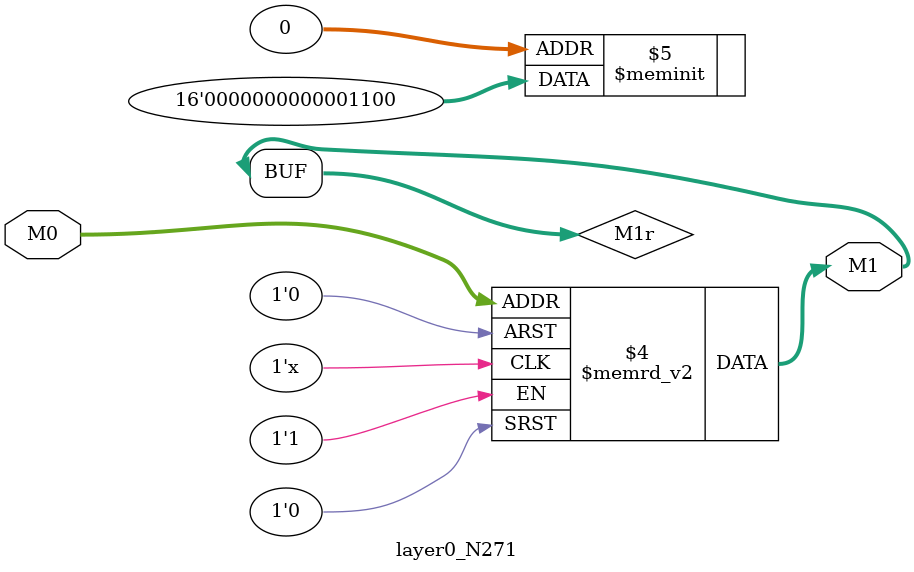
<source format=v>
module layer0_N271 ( input [2:0] M0, output [1:0] M1 );

	(*rom_style = "distributed" *) reg [1:0] M1r;
	assign M1 = M1r;
	always @ (M0) begin
		case (M0)
			3'b000: M1r = 2'b00;
			3'b100: M1r = 2'b00;
			3'b010: M1r = 2'b00;
			3'b110: M1r = 2'b00;
			3'b001: M1r = 2'b11;
			3'b101: M1r = 2'b00;
			3'b011: M1r = 2'b00;
			3'b111: M1r = 2'b00;

		endcase
	end
endmodule

</source>
